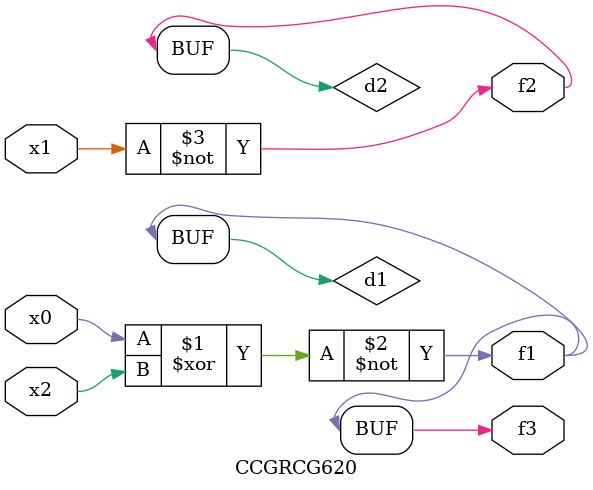
<source format=v>
module CCGRCG620(
	input x0, x1, x2,
	output f1, f2, f3
);

	wire d1, d2, d3;

	xnor (d1, x0, x2);
	nand (d2, x1);
	nor (d3, x1, x2);
	assign f1 = d1;
	assign f2 = d2;
	assign f3 = d1;
endmodule

</source>
